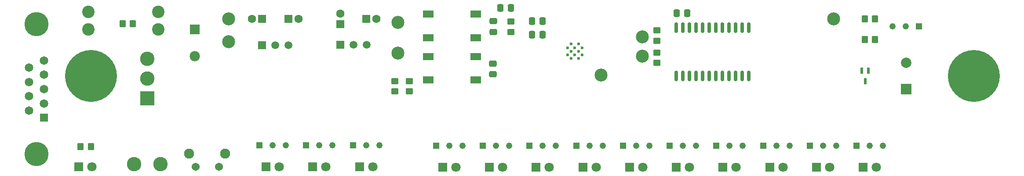
<source format=gbr>
%TF.GenerationSoftware,KiCad,Pcbnew,9.0.1*%
%TF.CreationDate,2025-06-17T16:13:15+02:00*%
%TF.ProjectId,open_g_db,6f70656e-5f67-45f6-9462-2e6b69636164,rev?*%
%TF.SameCoordinates,Original*%
%TF.FileFunction,Soldermask,Top*%
%TF.FilePolarity,Negative*%
%FSLAX46Y46*%
G04 Gerber Fmt 4.6, Leading zero omitted, Abs format (unit mm)*
G04 Created by KiCad (PCBNEW 9.0.1) date 2025-06-17 16:13:15*
%MOMM*%
%LPD*%
G01*
G04 APERTURE LIST*
G04 Aperture macros list*
%AMRoundRect*
0 Rectangle with rounded corners*
0 $1 Rounding radius*
0 $2 $3 $4 $5 $6 $7 $8 $9 X,Y pos of 4 corners*
0 Add a 4 corners polygon primitive as box body*
4,1,4,$2,$3,$4,$5,$6,$7,$8,$9,$2,$3,0*
0 Add four circle primitives for the rounded corners*
1,1,$1+$1,$2,$3*
1,1,$1+$1,$4,$5*
1,1,$1+$1,$6,$7*
1,1,$1+$1,$8,$9*
0 Add four rect primitives between the rounded corners*
20,1,$1+$1,$2,$3,$4,$5,0*
20,1,$1+$1,$4,$5,$6,$7,0*
20,1,$1+$1,$6,$7,$8,$9,0*
20,1,$1+$1,$8,$9,$2,$3,0*%
G04 Aperture macros list end*
%ADD10R,1.500000X1.500000*%
%ADD11C,1.500000*%
%ADD12RoundRect,0.250000X-0.350000X-0.450000X0.350000X-0.450000X0.350000X0.450000X-0.350000X0.450000X0*%
%ADD13RoundRect,0.250000X0.450000X-0.350000X0.450000X0.350000X-0.450000X0.350000X-0.450000X-0.350000X0*%
%ADD14RoundRect,0.250000X-0.450000X0.350000X-0.450000X-0.350000X0.450000X-0.350000X0.450000X0.350000X0*%
%ADD15R,1.650000X1.650000*%
%ADD16C,1.650000*%
%ADD17C,4.650000*%
%ADD18R,1.600000X1.600000*%
%ADD19C,1.600000*%
%ADD20R,1.800000X1.800000*%
%ADD21C,1.800000*%
%ADD22RoundRect,0.250000X0.337500X0.475000X-0.337500X0.475000X-0.337500X-0.475000X0.337500X-0.475000X0*%
%ADD23R,1.234000X1.234000*%
%ADD24C,1.234000*%
%ADD25R,2.000000X2.000000*%
%ADD26C,2.000000*%
%ADD27C,0.900000*%
%ADD28C,10.000000*%
%ADD29RoundRect,0.250000X0.475000X-0.337500X0.475000X0.337500X-0.475000X0.337500X-0.475000X-0.337500X0*%
%ADD30C,2.500000*%
%ADD31R,2.100000X1.400000*%
%ADD32C,1.540000*%
%ADD33C,1.950000*%
%ADD34C,2.400000*%
%ADD35R,1.980000X1.980000*%
%ADD36C,1.980000*%
%ADD37RoundRect,0.150000X0.150000X-0.875000X0.150000X0.875000X-0.150000X0.875000X-0.150000X-0.875000X0*%
%ADD38R,2.775000X2.775000*%
%ADD39C,2.775000*%
%ADD40R,0.550000X1.150000*%
%ADD41C,0.600000*%
G04 APERTURE END LIST*
D10*
%TO.C,PS2*%
X108000000Y-69000000D03*
D11*
X110540000Y-69000000D03*
X113080000Y-69000000D03*
%TD*%
D12*
%TO.C,R1*%
X66100000Y-64900000D03*
X68100000Y-64900000D03*
%TD*%
D13*
%TO.C,R13*%
X118500000Y-78000000D03*
X118500000Y-76000000D03*
%TD*%
D12*
%TO.C,R10*%
X209000000Y-64000000D03*
X211000000Y-64000000D03*
%TD*%
%TO.C,R2*%
X58000000Y-88600000D03*
X60000000Y-88600000D03*
%TD*%
D13*
%TO.C,R3*%
X169000000Y-72500000D03*
X169000000Y-70500000D03*
%TD*%
D14*
%TO.C,R7*%
X140900000Y-64500000D03*
X140900000Y-66500000D03*
%TD*%
D13*
%TO.C,R11*%
X121300000Y-78000000D03*
X121300000Y-76000000D03*
%TD*%
D14*
%TO.C,R4*%
X169000000Y-66200000D03*
X169000000Y-68200000D03*
%TD*%
D12*
%TO.C,R12*%
X209000000Y-68000000D03*
X211000000Y-68000000D03*
%TD*%
D10*
%TO.C,PS1*%
X93000000Y-69035000D03*
D11*
X95540000Y-69035000D03*
X98080000Y-69035000D03*
%TD*%
D15*
%TO.C,J1*%
X50940000Y-83085000D03*
D16*
X50940000Y-80315000D03*
X50940000Y-77545000D03*
X50940000Y-74775000D03*
X50940000Y-72005000D03*
X48100000Y-81700000D03*
X48100000Y-78930000D03*
X48100000Y-76160000D03*
X48100000Y-73390000D03*
D17*
X49520000Y-90040000D03*
X49520000Y-65050000D03*
%TD*%
D18*
%TO.C,C4*%
X93000000Y-64000000D03*
D19*
X91000000Y-64000000D03*
%TD*%
D18*
%TO.C,C10*%
X113000000Y-64000000D03*
D19*
X115000000Y-64000000D03*
%TD*%
D18*
%TO.C,C5*%
X98000000Y-64000000D03*
D19*
X100000000Y-64000000D03*
%TD*%
D18*
%TO.C,C9*%
X108000000Y-65000000D03*
D19*
X108000000Y-63000000D03*
%TD*%
D20*
%TO.C,D13*%
X181730000Y-92595000D03*
D21*
X184270000Y-92595000D03*
%TD*%
D22*
%TO.C,C8*%
X147000000Y-67000000D03*
X144925000Y-67000000D03*
%TD*%
D20*
%TO.C,D11*%
X163730000Y-92595000D03*
D21*
X166270000Y-92595000D03*
%TD*%
D23*
%TO.C,Q4*%
X110460000Y-88400000D03*
D24*
X113000000Y-88400000D03*
X115540000Y-88400000D03*
%TD*%
D22*
%TO.C,C11*%
X174837500Y-62900000D03*
X172762500Y-62900000D03*
%TD*%
D20*
%TO.C,D16*%
X208730000Y-92595000D03*
D21*
X211270000Y-92595000D03*
%TD*%
D23*
%TO.C,Q3*%
X101460000Y-88400000D03*
D24*
X104000000Y-88400000D03*
X106540000Y-88400000D03*
%TD*%
D23*
%TO.C,Q12*%
X189460000Y-88430000D03*
D24*
X192000000Y-88430000D03*
X194540000Y-88430000D03*
%TD*%
D25*
%TO.C,LS1*%
X217000000Y-77500000D03*
D26*
X217000000Y-72500000D03*
%TD*%
D27*
%TO.C,H2*%
X56250000Y-75000000D03*
X57348350Y-72348350D03*
X57348350Y-77651650D03*
X60000000Y-71250000D03*
D28*
X60000000Y-75000000D03*
D27*
X60000000Y-78750000D03*
X62651650Y-72348350D03*
X62651650Y-77651650D03*
X63750000Y-75000000D03*
%TD*%
D20*
%TO.C,D15*%
X199730000Y-92595000D03*
D21*
X202270000Y-92595000D03*
%TD*%
D23*
%TO.C,Q9*%
X162460000Y-88430000D03*
D24*
X165000000Y-88430000D03*
X167540000Y-88430000D03*
%TD*%
D29*
%TO.C,C2*%
X137400000Y-74700000D03*
X137400000Y-72625000D03*
%TD*%
D23*
%TO.C,Q13*%
X198460000Y-88430000D03*
D24*
X201000000Y-88430000D03*
X203540000Y-88430000D03*
%TD*%
D22*
%TO.C,C3*%
X140900000Y-61900000D03*
X138825000Y-61900000D03*
%TD*%
D23*
%TO.C,Q1*%
X219440000Y-65470000D03*
D24*
X216900000Y-65470000D03*
X214360001Y-65470000D03*
%TD*%
D20*
%TO.C,D10*%
X154730000Y-92595000D03*
D21*
X157270000Y-92595000D03*
%TD*%
D30*
%TO.C,TP3*%
X119100000Y-64700000D03*
%TD*%
%TO.C,TP2*%
X86500000Y-68400000D03*
%TD*%
D23*
%TO.C,Q10*%
X171460000Y-88430000D03*
D24*
X174000000Y-88430000D03*
X176540000Y-88430000D03*
%TD*%
D31*
%TO.C,IC2*%
X134100000Y-75800000D03*
X125000000Y-75800000D03*
X134100000Y-71300000D03*
X125000000Y-71300000D03*
%TD*%
D30*
%TO.C,TP10*%
X166200000Y-67500000D03*
%TD*%
D22*
%TO.C,C7*%
X147000000Y-64400000D03*
X144925000Y-64400000D03*
%TD*%
D20*
%TO.C,D4*%
X93730000Y-92565000D03*
D21*
X96270000Y-92565000D03*
%TD*%
D20*
%TO.C,D6*%
X111730000Y-92565000D03*
D21*
X114270000Y-92565000D03*
%TD*%
D20*
%TO.C,D12*%
X172730000Y-92595000D03*
D21*
X175270000Y-92595000D03*
%TD*%
D31*
%TO.C,IC1*%
X134100000Y-67600000D03*
X125000000Y-67600000D03*
X134100000Y-63100000D03*
X125000000Y-63100000D03*
%TD*%
D23*
%TO.C,Q5*%
X126460000Y-88430000D03*
D24*
X129000000Y-88430000D03*
X131540000Y-88430000D03*
%TD*%
D32*
%TO.C,J2*%
X80135000Y-92490000D03*
X84635000Y-92490000D03*
D33*
X85890000Y-90000000D03*
X78880000Y-90000000D03*
%TD*%
D30*
%TO.C,TP1*%
X86500000Y-64000000D03*
%TD*%
D23*
%TO.C,Q6*%
X135460000Y-88430000D03*
D24*
X138000000Y-88430000D03*
X140540000Y-88430000D03*
%TD*%
D34*
%TO.C,F1*%
X73000000Y-66000000D03*
X73000000Y-62600000D03*
X59530000Y-66000000D03*
X59530000Y-62600000D03*
%TD*%
D20*
%TO.C,D7*%
X127730000Y-92595000D03*
D21*
X130270000Y-92595000D03*
%TD*%
D35*
%TO.C,D1*%
X80000000Y-66000000D03*
D36*
X80000000Y-71150000D03*
%TD*%
D30*
%TO.C,TP9*%
X119100000Y-70600000D03*
%TD*%
D27*
%TO.C,H1*%
X226250000Y-75000000D03*
X227348350Y-72348350D03*
X227348350Y-77651650D03*
X230000000Y-71250000D03*
D28*
X230000000Y-75000000D03*
D27*
X230000000Y-78750000D03*
X232651650Y-72348350D03*
X232651650Y-77651650D03*
X233750000Y-75000000D03*
%TD*%
D37*
%TO.C,U2*%
X172730001Y-75000000D03*
X174000000Y-75000000D03*
X175270000Y-75000000D03*
X176540000Y-75000001D03*
X177810000Y-75000000D03*
X179080000Y-75000000D03*
X180350000Y-75000000D03*
X181620000Y-75000000D03*
X182890000Y-75000001D03*
X184160000Y-75000000D03*
X185430000Y-75000000D03*
X186699999Y-75000000D03*
X186699999Y-65700000D03*
X185430000Y-65700000D03*
X184160000Y-65700000D03*
X182890000Y-65699999D03*
X181620000Y-65700000D03*
X180350000Y-65700000D03*
X179080000Y-65700000D03*
X177810000Y-65700000D03*
X176540000Y-65699999D03*
X175270000Y-65700000D03*
X174000000Y-65700000D03*
X172730001Y-65700000D03*
%TD*%
D23*
%TO.C,Q2*%
X92460000Y-88400000D03*
D24*
X95000000Y-88400000D03*
X97540000Y-88400000D03*
%TD*%
D20*
%TO.C,D5*%
X102730000Y-92565000D03*
D21*
X105270000Y-92565000D03*
%TD*%
D23*
%TO.C,Q14*%
X207460000Y-88430000D03*
D24*
X210000000Y-88430000D03*
X212540000Y-88430000D03*
%TD*%
D38*
%TO.C,S1*%
X70900000Y-79300000D03*
D39*
X70900000Y-75490000D03*
X70900000Y-71680000D03*
X73440000Y-92000000D03*
X68360000Y-92000000D03*
%TD*%
D23*
%TO.C,Q11*%
X180460000Y-88430000D03*
D24*
X183000000Y-88430000D03*
X185540000Y-88430000D03*
%TD*%
D30*
%TO.C,TP11*%
X166200000Y-71200000D03*
%TD*%
D23*
%TO.C,Q7*%
X144460000Y-88430000D03*
D24*
X147000000Y-88430000D03*
X149540000Y-88430000D03*
%TD*%
D23*
%TO.C,Q8*%
X153460000Y-88430000D03*
D24*
X156000000Y-88430000D03*
X158540000Y-88430000D03*
%TD*%
D40*
%TO.C,D3*%
X209750000Y-74000000D03*
X208450000Y-74000000D03*
X209100000Y-76000000D03*
%TD*%
D20*
%TO.C,D8*%
X136730000Y-92595000D03*
D21*
X139270000Y-92595000D03*
%TD*%
D20*
%TO.C,D2*%
X57630000Y-92565000D03*
D21*
X60170000Y-92565000D03*
%TD*%
D20*
%TO.C,D14*%
X190730000Y-92595000D03*
D21*
X193270000Y-92595000D03*
%TD*%
D30*
%TO.C,TP5*%
X203000000Y-64000000D03*
%TD*%
%TO.C,TP8*%
X158200000Y-74800000D03*
%TD*%
D20*
%TO.C,D9*%
X145730000Y-92595000D03*
D21*
X148270000Y-92595000D03*
%TD*%
D29*
%TO.C,C1*%
X137500000Y-66500000D03*
X137500000Y-64425000D03*
%TD*%
D41*
%TO.C,U1*%
X152480000Y-68850000D03*
X153880000Y-68850000D03*
X151780000Y-69550000D03*
X153180000Y-69550000D03*
X154580000Y-69550000D03*
X152480000Y-70250000D03*
X153880000Y-70250000D03*
X151780000Y-70950000D03*
X153180000Y-70950000D03*
X154580000Y-70950000D03*
X152480000Y-71650000D03*
X153880000Y-71650000D03*
%TD*%
M02*

</source>
